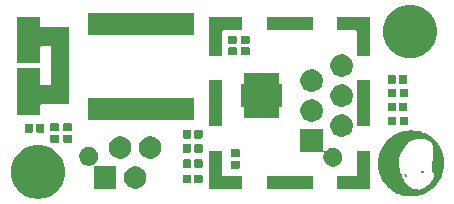
<source format=gbr>
G04 #@! TF.GenerationSoftware,KiCad,Pcbnew,5.1.5-52549c5~84~ubuntu18.04.1*
G04 #@! TF.CreationDate,2020-05-04T20:07:59+02:00*
G04 #@! TF.ProjectId,rs485_usb_adapter,72733438-355f-4757-9362-5f6164617074,rev?*
G04 #@! TF.SameCoordinates,Original*
G04 #@! TF.FileFunction,Soldermask,Top*
G04 #@! TF.FilePolarity,Negative*
%FSLAX46Y46*%
G04 Gerber Fmt 4.6, Leading zero omitted, Abs format (unit mm)*
G04 Created by KiCad (PCBNEW 5.1.5-52549c5~84~ubuntu18.04.1) date 2020-05-04 20:07:59*
%MOMM*%
%LPD*%
G04 APERTURE LIST*
%ADD10C,0.010000*%
%ADD11C,0.100000*%
G04 APERTURE END LIST*
D10*
G36*
X180003667Y-97291102D02*
G01*
X180016744Y-97294493D01*
X180028048Y-97301622D01*
X180030392Y-97303545D01*
X180049692Y-97325382D01*
X180059619Y-97349859D01*
X180059926Y-97375768D01*
X180050441Y-97401765D01*
X180036012Y-97420859D01*
X180017537Y-97432325D01*
X179993024Y-97437210D01*
X179982228Y-97437560D01*
X179964829Y-97436947D01*
X179953155Y-97433934D01*
X179942794Y-97426758D01*
X179933903Y-97418259D01*
X179917278Y-97395369D01*
X179909936Y-97370434D01*
X179911832Y-97345206D01*
X179922919Y-97321436D01*
X179936859Y-97305951D01*
X179948713Y-97296754D01*
X179960030Y-97292033D01*
X179975130Y-97290369D01*
X179984667Y-97290240D01*
X180003667Y-97291102D01*
G37*
X180003667Y-97291102D02*
X180016744Y-97294493D01*
X180028048Y-97301622D01*
X180030392Y-97303545D01*
X180049692Y-97325382D01*
X180059619Y-97349859D01*
X180059926Y-97375768D01*
X180050441Y-97401765D01*
X180036012Y-97420859D01*
X180017537Y-97432325D01*
X179993024Y-97437210D01*
X179982228Y-97437560D01*
X179964829Y-97436947D01*
X179953155Y-97433934D01*
X179942794Y-97426758D01*
X179933903Y-97418259D01*
X179917278Y-97395369D01*
X179909936Y-97370434D01*
X179911832Y-97345206D01*
X179922919Y-97321436D01*
X179936859Y-97305951D01*
X179948713Y-97296754D01*
X179960030Y-97292033D01*
X179975130Y-97290369D01*
X179984667Y-97290240D01*
X180003667Y-97291102D01*
G36*
X178564466Y-97569926D02*
G01*
X178579554Y-97581333D01*
X178581789Y-97583610D01*
X178597997Y-97604076D01*
X178611303Y-97627188D01*
X178621395Y-97651348D01*
X178627961Y-97674960D01*
X178630691Y-97696426D01*
X178629274Y-97714150D01*
X178623397Y-97726535D01*
X178612750Y-97731983D01*
X178610740Y-97732103D01*
X178603319Y-97729690D01*
X178591818Y-97723702D01*
X178590097Y-97722671D01*
X178573099Y-97707908D01*
X178557367Y-97686401D01*
X178543917Y-97660683D01*
X178533764Y-97633289D01*
X178527921Y-97606754D01*
X178527405Y-97583613D01*
X178530003Y-97572595D01*
X178537422Y-97565074D01*
X178549666Y-97564345D01*
X178564466Y-97569926D01*
G37*
X178564466Y-97569926D02*
X178579554Y-97581333D01*
X178581789Y-97583610D01*
X178597997Y-97604076D01*
X178611303Y-97627188D01*
X178621395Y-97651348D01*
X178627961Y-97674960D01*
X178630691Y-97696426D01*
X178629274Y-97714150D01*
X178623397Y-97726535D01*
X178612750Y-97731983D01*
X178610740Y-97732103D01*
X178603319Y-97729690D01*
X178591818Y-97723702D01*
X178590097Y-97722671D01*
X178573099Y-97707908D01*
X178557367Y-97686401D01*
X178543917Y-97660683D01*
X178533764Y-97633289D01*
X178527921Y-97606754D01*
X178527405Y-97583613D01*
X178530003Y-97572595D01*
X178537422Y-97565074D01*
X178549666Y-97564345D01*
X178564466Y-97569926D01*
G36*
X179151411Y-93887658D02*
G01*
X179200303Y-93889034D01*
X179241791Y-93891227D01*
X179244248Y-93891404D01*
X179410730Y-93908617D01*
X179574856Y-93935619D01*
X179736263Y-93972236D01*
X179894589Y-94018297D01*
X180049470Y-94073628D01*
X180200545Y-94138056D01*
X180347451Y-94211410D01*
X180489824Y-94293515D01*
X180627304Y-94384199D01*
X180759526Y-94483290D01*
X180886128Y-94590614D01*
X181006748Y-94705999D01*
X181051488Y-94752506D01*
X181162388Y-94877802D01*
X181264852Y-95008680D01*
X181358766Y-95144894D01*
X181444014Y-95286197D01*
X181520485Y-95432344D01*
X181588064Y-95583091D01*
X181646637Y-95738190D01*
X181696090Y-95897396D01*
X181736310Y-96060465D01*
X181767184Y-96227149D01*
X181781027Y-96327580D01*
X181783688Y-96355614D01*
X181786056Y-96392158D01*
X181788107Y-96435565D01*
X181789818Y-96484188D01*
X181791168Y-96536379D01*
X181792131Y-96590493D01*
X181792687Y-96644881D01*
X181792810Y-96697898D01*
X181792479Y-96747897D01*
X181791671Y-96793229D01*
X181790362Y-96832250D01*
X181788529Y-96863311D01*
X181788521Y-96863409D01*
X181770425Y-97027738D01*
X181742523Y-97189947D01*
X181705024Y-97349636D01*
X181658137Y-97506405D01*
X181602068Y-97659853D01*
X181537026Y-97809580D01*
X181463220Y-97955186D01*
X181380858Y-98096271D01*
X181290147Y-98232433D01*
X181191295Y-98363273D01*
X181084512Y-98488391D01*
X180970005Y-98607385D01*
X180847982Y-98719856D01*
X180803827Y-98757365D01*
X180672339Y-98860164D01*
X180535556Y-98954370D01*
X180393820Y-99039844D01*
X180247475Y-99116444D01*
X180096863Y-99184030D01*
X179942328Y-99242462D01*
X179784213Y-99291599D01*
X179622861Y-99331300D01*
X179458615Y-99361425D01*
X179291818Y-99381834D01*
X179276220Y-99383230D01*
X179244605Y-99385421D01*
X179205273Y-99387283D01*
X179160337Y-99388791D01*
X179111909Y-99389916D01*
X179062102Y-99390634D01*
X179013029Y-99390917D01*
X178966802Y-99390740D01*
X178925534Y-99390076D01*
X178891338Y-99388899D01*
X178878694Y-99388187D01*
X178709062Y-99372042D01*
X178542378Y-99346308D01*
X178378908Y-99311099D01*
X178218916Y-99266529D01*
X178062667Y-99212712D01*
X177910427Y-99149763D01*
X177762461Y-99077796D01*
X177619033Y-98996925D01*
X177480408Y-98907265D01*
X177346852Y-98808929D01*
X177218630Y-98702031D01*
X177157269Y-98646036D01*
X177038879Y-98527867D01*
X176928479Y-98403571D01*
X176826241Y-98273510D01*
X176732338Y-98138048D01*
X176646943Y-97997546D01*
X176570229Y-97852369D01*
X176502370Y-97702880D01*
X176443537Y-97549441D01*
X176393904Y-97392416D01*
X176353644Y-97232168D01*
X176322930Y-97069060D01*
X176301935Y-96903454D01*
X176296484Y-96839168D01*
X176294235Y-96798243D01*
X176292806Y-96749784D01*
X176292158Y-96695741D01*
X176292254Y-96638065D01*
X176292845Y-96594280D01*
X177975866Y-96594280D01*
X177976087Y-96654867D01*
X177976800Y-96707255D01*
X177978154Y-96753398D01*
X177980296Y-96795249D01*
X177983376Y-96834763D01*
X177987541Y-96873895D01*
X177992939Y-96914598D01*
X177999719Y-96958827D01*
X178006683Y-97000680D01*
X178031321Y-97125767D01*
X178063172Y-97255784D01*
X178101644Y-97389155D01*
X178146146Y-97524306D01*
X178196085Y-97659660D01*
X178250869Y-97793644D01*
X178309907Y-97924683D01*
X178372605Y-98051201D01*
X178438373Y-98171623D01*
X178462138Y-98212260D01*
X178487850Y-98254150D01*
X178512392Y-98291070D01*
X178537458Y-98325163D01*
X178564739Y-98358577D01*
X178595927Y-98393455D01*
X178632714Y-98431944D01*
X178646237Y-98445668D01*
X178714539Y-98512063D01*
X178780032Y-98570339D01*
X178844180Y-98621594D01*
X178908445Y-98666927D01*
X178974292Y-98707436D01*
X179043183Y-98744220D01*
X179045625Y-98745432D01*
X179112865Y-98776631D01*
X179180523Y-98803591D01*
X179249818Y-98826574D01*
X179321972Y-98845841D01*
X179398208Y-98861653D01*
X179479746Y-98874271D01*
X179567807Y-98883955D01*
X179663614Y-98890968D01*
X179744301Y-98894743D01*
X179758468Y-98894065D01*
X179779174Y-98891605D01*
X179803042Y-98887805D01*
X179816346Y-98885295D01*
X179922126Y-98858969D01*
X180026227Y-98822724D01*
X180128740Y-98776520D01*
X180229759Y-98720316D01*
X180308715Y-98668715D01*
X180344948Y-98642443D01*
X180385856Y-98611048D01*
X180430005Y-98575764D01*
X180475964Y-98537826D01*
X180522299Y-98498467D01*
X180567577Y-98458921D01*
X180610365Y-98420423D01*
X180649230Y-98384207D01*
X180682740Y-98351506D01*
X180709357Y-98323669D01*
X180759078Y-98266571D01*
X180808026Y-98205833D01*
X180855342Y-98142772D01*
X180900168Y-98078702D01*
X180941646Y-98014939D01*
X180978916Y-97952800D01*
X181011120Y-97893600D01*
X181037399Y-97838654D01*
X181055547Y-97793160D01*
X181067166Y-97756683D01*
X181073669Y-97726920D01*
X181075291Y-97701946D01*
X181072266Y-97679838D01*
X181070229Y-97672655D01*
X181061899Y-97639183D01*
X181055174Y-97595850D01*
X181050045Y-97542582D01*
X181048557Y-97520480D01*
X181046914Y-97497285D01*
X181045091Y-97477827D01*
X181043327Y-97464354D01*
X181042048Y-97459279D01*
X181035985Y-97455091D01*
X181023461Y-97448816D01*
X181011213Y-97443494D01*
X180975191Y-97425805D01*
X180945050Y-97404111D01*
X180920055Y-97377333D01*
X180899472Y-97344396D01*
X180882567Y-97304221D01*
X180868606Y-97255733D01*
X180861731Y-97224200D01*
X180853109Y-97169984D01*
X180846872Y-97107299D01*
X180843003Y-97037547D01*
X180841488Y-96962131D01*
X180842310Y-96882453D01*
X180845454Y-96799917D01*
X180850904Y-96715924D01*
X180858644Y-96631878D01*
X180868658Y-96549181D01*
X180869391Y-96543857D01*
X180877683Y-96492621D01*
X180888851Y-96438523D01*
X180903299Y-96379881D01*
X180921436Y-96315012D01*
X180937507Y-96261894D01*
X180948001Y-96226596D01*
X180954749Y-96200223D01*
X180957856Y-96182298D01*
X180957630Y-96172994D01*
X180956992Y-96165817D01*
X180956273Y-96149339D01*
X180955490Y-96124422D01*
X180954662Y-96091926D01*
X180953807Y-96052708D01*
X180952943Y-96007631D01*
X180952087Y-95957553D01*
X180951258Y-95903335D01*
X180950474Y-95845836D01*
X180950024Y-95809420D01*
X180949099Y-95734866D01*
X180948178Y-95669436D01*
X180947209Y-95612094D01*
X180946143Y-95561802D01*
X180944928Y-95517525D01*
X180943514Y-95478228D01*
X180941851Y-95442872D01*
X180939886Y-95410422D01*
X180937570Y-95379843D01*
X180934853Y-95350097D01*
X180931682Y-95320148D01*
X180928009Y-95288961D01*
X180923781Y-95255498D01*
X180922415Y-95244995D01*
X180913450Y-95182533D01*
X180902637Y-95117182D01*
X180890663Y-95052772D01*
X180878216Y-94993131D01*
X180873201Y-94971220D01*
X180867194Y-94945740D01*
X180861859Y-94923078D01*
X180857719Y-94905465D01*
X180855300Y-94895135D01*
X180855099Y-94894273D01*
X180849514Y-94884596D01*
X180836770Y-94870140D01*
X180818059Y-94851912D01*
X180794573Y-94830920D01*
X180767505Y-94808170D01*
X180738047Y-94784671D01*
X180707391Y-94761430D01*
X180676729Y-94739454D01*
X180652900Y-94723398D01*
X180559663Y-94668561D01*
X180460366Y-94621665D01*
X180354885Y-94582665D01*
X180243099Y-94551515D01*
X180124885Y-94528173D01*
X180114420Y-94526529D01*
X180069797Y-94520994D01*
X180017546Y-94516733D01*
X179960123Y-94513789D01*
X179899984Y-94512208D01*
X179839587Y-94512036D01*
X179781389Y-94513316D01*
X179727846Y-94516094D01*
X179695320Y-94518864D01*
X179558305Y-94536876D01*
X179426889Y-94562248D01*
X179301374Y-94594863D01*
X179182065Y-94634607D01*
X179069262Y-94681362D01*
X178963270Y-94735014D01*
X178864391Y-94795447D01*
X178772928Y-94862544D01*
X178752307Y-94879465D01*
X178719118Y-94908484D01*
X178686726Y-94939428D01*
X178653635Y-94973870D01*
X178618349Y-95013378D01*
X178579372Y-95059524D01*
X178570517Y-95070280D01*
X178466906Y-95202732D01*
X178373379Y-95335187D01*
X178289858Y-95467797D01*
X178216268Y-95600716D01*
X178152533Y-95734098D01*
X178098577Y-95868098D01*
X178054324Y-96002867D01*
X178019697Y-96138561D01*
X178004339Y-96215820D01*
X177996862Y-96258964D01*
X177990787Y-96297561D01*
X177985975Y-96333452D01*
X177982287Y-96368477D01*
X177979585Y-96404477D01*
X177977730Y-96443291D01*
X177976585Y-96486762D01*
X177976009Y-96536729D01*
X177975866Y-96594280D01*
X176292845Y-96594280D01*
X176293056Y-96578704D01*
X176294526Y-96519611D01*
X176296624Y-96462735D01*
X176299314Y-96410027D01*
X176302556Y-96363437D01*
X176306314Y-96324915D01*
X176306582Y-96322680D01*
X176332056Y-96153148D01*
X176366728Y-95987926D01*
X176410629Y-95826938D01*
X176463792Y-95670112D01*
X176526249Y-95517374D01*
X176598030Y-95368650D01*
X176679169Y-95223866D01*
X176769697Y-95082948D01*
X176869646Y-94945822D01*
X176937157Y-94861718D01*
X176962254Y-94832734D01*
X176993460Y-94798564D01*
X177029254Y-94760728D01*
X177068116Y-94720747D01*
X177108523Y-94680143D01*
X177148955Y-94640438D01*
X177187890Y-94603151D01*
X177223808Y-94569805D01*
X177255186Y-94541920D01*
X177266798Y-94532077D01*
X177383126Y-94439763D01*
X177500135Y-94356075D01*
X177619986Y-94279586D01*
X177744836Y-94208870D01*
X177797940Y-94181230D01*
X177943201Y-94112517D01*
X178090453Y-94053076D01*
X178240545Y-94002650D01*
X178394324Y-93960984D01*
X178552640Y-93927823D01*
X178716342Y-93902911D01*
X178727760Y-93901502D01*
X178765674Y-93897711D01*
X178811787Y-93894433D01*
X178864148Y-93891705D01*
X178920806Y-93889566D01*
X178979812Y-93888054D01*
X179039215Y-93887206D01*
X179097065Y-93887062D01*
X179151411Y-93887658D01*
G37*
X179151411Y-93887658D02*
X179200303Y-93889034D01*
X179241791Y-93891227D01*
X179244248Y-93891404D01*
X179410730Y-93908617D01*
X179574856Y-93935619D01*
X179736263Y-93972236D01*
X179894589Y-94018297D01*
X180049470Y-94073628D01*
X180200545Y-94138056D01*
X180347451Y-94211410D01*
X180489824Y-94293515D01*
X180627304Y-94384199D01*
X180759526Y-94483290D01*
X180886128Y-94590614D01*
X181006748Y-94705999D01*
X181051488Y-94752506D01*
X181162388Y-94877802D01*
X181264852Y-95008680D01*
X181358766Y-95144894D01*
X181444014Y-95286197D01*
X181520485Y-95432344D01*
X181588064Y-95583091D01*
X181646637Y-95738190D01*
X181696090Y-95897396D01*
X181736310Y-96060465D01*
X181767184Y-96227149D01*
X181781027Y-96327580D01*
X181783688Y-96355614D01*
X181786056Y-96392158D01*
X181788107Y-96435565D01*
X181789818Y-96484188D01*
X181791168Y-96536379D01*
X181792131Y-96590493D01*
X181792687Y-96644881D01*
X181792810Y-96697898D01*
X181792479Y-96747897D01*
X181791671Y-96793229D01*
X181790362Y-96832250D01*
X181788529Y-96863311D01*
X181788521Y-96863409D01*
X181770425Y-97027738D01*
X181742523Y-97189947D01*
X181705024Y-97349636D01*
X181658137Y-97506405D01*
X181602068Y-97659853D01*
X181537026Y-97809580D01*
X181463220Y-97955186D01*
X181380858Y-98096271D01*
X181290147Y-98232433D01*
X181191295Y-98363273D01*
X181084512Y-98488391D01*
X180970005Y-98607385D01*
X180847982Y-98719856D01*
X180803827Y-98757365D01*
X180672339Y-98860164D01*
X180535556Y-98954370D01*
X180393820Y-99039844D01*
X180247475Y-99116444D01*
X180096863Y-99184030D01*
X179942328Y-99242462D01*
X179784213Y-99291599D01*
X179622861Y-99331300D01*
X179458615Y-99361425D01*
X179291818Y-99381834D01*
X179276220Y-99383230D01*
X179244605Y-99385421D01*
X179205273Y-99387283D01*
X179160337Y-99388791D01*
X179111909Y-99389916D01*
X179062102Y-99390634D01*
X179013029Y-99390917D01*
X178966802Y-99390740D01*
X178925534Y-99390076D01*
X178891338Y-99388899D01*
X178878694Y-99388187D01*
X178709062Y-99372042D01*
X178542378Y-99346308D01*
X178378908Y-99311099D01*
X178218916Y-99266529D01*
X178062667Y-99212712D01*
X177910427Y-99149763D01*
X177762461Y-99077796D01*
X177619033Y-98996925D01*
X177480408Y-98907265D01*
X177346852Y-98808929D01*
X177218630Y-98702031D01*
X177157269Y-98646036D01*
X177038879Y-98527867D01*
X176928479Y-98403571D01*
X176826241Y-98273510D01*
X176732338Y-98138048D01*
X176646943Y-97997546D01*
X176570229Y-97852369D01*
X176502370Y-97702880D01*
X176443537Y-97549441D01*
X176393904Y-97392416D01*
X176353644Y-97232168D01*
X176322930Y-97069060D01*
X176301935Y-96903454D01*
X176296484Y-96839168D01*
X176294235Y-96798243D01*
X176292806Y-96749784D01*
X176292158Y-96695741D01*
X176292254Y-96638065D01*
X176292845Y-96594280D01*
X177975866Y-96594280D01*
X177976087Y-96654867D01*
X177976800Y-96707255D01*
X177978154Y-96753398D01*
X177980296Y-96795249D01*
X177983376Y-96834763D01*
X177987541Y-96873895D01*
X177992939Y-96914598D01*
X177999719Y-96958827D01*
X178006683Y-97000680D01*
X178031321Y-97125767D01*
X178063172Y-97255784D01*
X178101644Y-97389155D01*
X178146146Y-97524306D01*
X178196085Y-97659660D01*
X178250869Y-97793644D01*
X178309907Y-97924683D01*
X178372605Y-98051201D01*
X178438373Y-98171623D01*
X178462138Y-98212260D01*
X178487850Y-98254150D01*
X178512392Y-98291070D01*
X178537458Y-98325163D01*
X178564739Y-98358577D01*
X178595927Y-98393455D01*
X178632714Y-98431944D01*
X178646237Y-98445668D01*
X178714539Y-98512063D01*
X178780032Y-98570339D01*
X178844180Y-98621594D01*
X178908445Y-98666927D01*
X178974292Y-98707436D01*
X179043183Y-98744220D01*
X179045625Y-98745432D01*
X179112865Y-98776631D01*
X179180523Y-98803591D01*
X179249818Y-98826574D01*
X179321972Y-98845841D01*
X179398208Y-98861653D01*
X179479746Y-98874271D01*
X179567807Y-98883955D01*
X179663614Y-98890968D01*
X179744301Y-98894743D01*
X179758468Y-98894065D01*
X179779174Y-98891605D01*
X179803042Y-98887805D01*
X179816346Y-98885295D01*
X179922126Y-98858969D01*
X180026227Y-98822724D01*
X180128740Y-98776520D01*
X180229759Y-98720316D01*
X180308715Y-98668715D01*
X180344948Y-98642443D01*
X180385856Y-98611048D01*
X180430005Y-98575764D01*
X180475964Y-98537826D01*
X180522299Y-98498467D01*
X180567577Y-98458921D01*
X180610365Y-98420423D01*
X180649230Y-98384207D01*
X180682740Y-98351506D01*
X180709357Y-98323669D01*
X180759078Y-98266571D01*
X180808026Y-98205833D01*
X180855342Y-98142772D01*
X180900168Y-98078702D01*
X180941646Y-98014939D01*
X180978916Y-97952800D01*
X181011120Y-97893600D01*
X181037399Y-97838654D01*
X181055547Y-97793160D01*
X181067166Y-97756683D01*
X181073669Y-97726920D01*
X181075291Y-97701946D01*
X181072266Y-97679838D01*
X181070229Y-97672655D01*
X181061899Y-97639183D01*
X181055174Y-97595850D01*
X181050045Y-97542582D01*
X181048557Y-97520480D01*
X181046914Y-97497285D01*
X181045091Y-97477827D01*
X181043327Y-97464354D01*
X181042048Y-97459279D01*
X181035985Y-97455091D01*
X181023461Y-97448816D01*
X181011213Y-97443494D01*
X180975191Y-97425805D01*
X180945050Y-97404111D01*
X180920055Y-97377333D01*
X180899472Y-97344396D01*
X180882567Y-97304221D01*
X180868606Y-97255733D01*
X180861731Y-97224200D01*
X180853109Y-97169984D01*
X180846872Y-97107299D01*
X180843003Y-97037547D01*
X180841488Y-96962131D01*
X180842310Y-96882453D01*
X180845454Y-96799917D01*
X180850904Y-96715924D01*
X180858644Y-96631878D01*
X180868658Y-96549181D01*
X180869391Y-96543857D01*
X180877683Y-96492621D01*
X180888851Y-96438523D01*
X180903299Y-96379881D01*
X180921436Y-96315012D01*
X180937507Y-96261894D01*
X180948001Y-96226596D01*
X180954749Y-96200223D01*
X180957856Y-96182298D01*
X180957630Y-96172994D01*
X180956992Y-96165817D01*
X180956273Y-96149339D01*
X180955490Y-96124422D01*
X180954662Y-96091926D01*
X180953807Y-96052708D01*
X180952943Y-96007631D01*
X180952087Y-95957553D01*
X180951258Y-95903335D01*
X180950474Y-95845836D01*
X180950024Y-95809420D01*
X180949099Y-95734866D01*
X180948178Y-95669436D01*
X180947209Y-95612094D01*
X180946143Y-95561802D01*
X180944928Y-95517525D01*
X180943514Y-95478228D01*
X180941851Y-95442872D01*
X180939886Y-95410422D01*
X180937570Y-95379843D01*
X180934853Y-95350097D01*
X180931682Y-95320148D01*
X180928009Y-95288961D01*
X180923781Y-95255498D01*
X180922415Y-95244995D01*
X180913450Y-95182533D01*
X180902637Y-95117182D01*
X180890663Y-95052772D01*
X180878216Y-94993131D01*
X180873201Y-94971220D01*
X180867194Y-94945740D01*
X180861859Y-94923078D01*
X180857719Y-94905465D01*
X180855300Y-94895135D01*
X180855099Y-94894273D01*
X180849514Y-94884596D01*
X180836770Y-94870140D01*
X180818059Y-94851912D01*
X180794573Y-94830920D01*
X180767505Y-94808170D01*
X180738047Y-94784671D01*
X180707391Y-94761430D01*
X180676729Y-94739454D01*
X180652900Y-94723398D01*
X180559663Y-94668561D01*
X180460366Y-94621665D01*
X180354885Y-94582665D01*
X180243099Y-94551515D01*
X180124885Y-94528173D01*
X180114420Y-94526529D01*
X180069797Y-94520994D01*
X180017546Y-94516733D01*
X179960123Y-94513789D01*
X179899984Y-94512208D01*
X179839587Y-94512036D01*
X179781389Y-94513316D01*
X179727846Y-94516094D01*
X179695320Y-94518864D01*
X179558305Y-94536876D01*
X179426889Y-94562248D01*
X179301374Y-94594863D01*
X179182065Y-94634607D01*
X179069262Y-94681362D01*
X178963270Y-94735014D01*
X178864391Y-94795447D01*
X178772928Y-94862544D01*
X178752307Y-94879465D01*
X178719118Y-94908484D01*
X178686726Y-94939428D01*
X178653635Y-94973870D01*
X178618349Y-95013378D01*
X178579372Y-95059524D01*
X178570517Y-95070280D01*
X178466906Y-95202732D01*
X178373379Y-95335187D01*
X178289858Y-95467797D01*
X178216268Y-95600716D01*
X178152533Y-95734098D01*
X178098577Y-95868098D01*
X178054324Y-96002867D01*
X178019697Y-96138561D01*
X178004339Y-96215820D01*
X177996862Y-96258964D01*
X177990787Y-96297561D01*
X177985975Y-96333452D01*
X177982287Y-96368477D01*
X177979585Y-96404477D01*
X177977730Y-96443291D01*
X177976585Y-96486762D01*
X177976009Y-96536729D01*
X177975866Y-96594280D01*
X176292845Y-96594280D01*
X176293056Y-96578704D01*
X176294526Y-96519611D01*
X176296624Y-96462735D01*
X176299314Y-96410027D01*
X176302556Y-96363437D01*
X176306314Y-96324915D01*
X176306582Y-96322680D01*
X176332056Y-96153148D01*
X176366728Y-95987926D01*
X176410629Y-95826938D01*
X176463792Y-95670112D01*
X176526249Y-95517374D01*
X176598030Y-95368650D01*
X176679169Y-95223866D01*
X176769697Y-95082948D01*
X176869646Y-94945822D01*
X176937157Y-94861718D01*
X176962254Y-94832734D01*
X176993460Y-94798564D01*
X177029254Y-94760728D01*
X177068116Y-94720747D01*
X177108523Y-94680143D01*
X177148955Y-94640438D01*
X177187890Y-94603151D01*
X177223808Y-94569805D01*
X177255186Y-94541920D01*
X177266798Y-94532077D01*
X177383126Y-94439763D01*
X177500135Y-94356075D01*
X177619986Y-94279586D01*
X177744836Y-94208870D01*
X177797940Y-94181230D01*
X177943201Y-94112517D01*
X178090453Y-94053076D01*
X178240545Y-94002650D01*
X178394324Y-93960984D01*
X178552640Y-93927823D01*
X178716342Y-93902911D01*
X178727760Y-93901502D01*
X178765674Y-93897711D01*
X178811787Y-93894433D01*
X178864148Y-93891705D01*
X178920806Y-93889566D01*
X178979812Y-93888054D01*
X179039215Y-93887206D01*
X179097065Y-93887062D01*
X179151411Y-93887658D01*
D11*
G36*
X147775880Y-95159776D02*
G01*
X148156593Y-95235504D01*
X148566249Y-95405189D01*
X148934929Y-95651534D01*
X149248466Y-95965071D01*
X149494811Y-96333751D01*
X149664496Y-96743407D01*
X149751000Y-97178296D01*
X149751000Y-97621704D01*
X149664496Y-98056593D01*
X149494811Y-98466249D01*
X149248466Y-98834929D01*
X148934929Y-99148466D01*
X148566249Y-99394811D01*
X148156593Y-99564496D01*
X147775880Y-99640224D01*
X147721705Y-99651000D01*
X147278295Y-99651000D01*
X147224120Y-99640224D01*
X146843407Y-99564496D01*
X146433751Y-99394811D01*
X146065071Y-99148466D01*
X145751534Y-98834929D01*
X145505189Y-98466249D01*
X145335504Y-98056593D01*
X145249000Y-97621704D01*
X145249000Y-97178296D01*
X145335504Y-96743407D01*
X145505189Y-96333751D01*
X145751534Y-95965071D01*
X146065071Y-95651534D01*
X146433751Y-95405189D01*
X146843407Y-95235504D01*
X147224120Y-95159776D01*
X147278295Y-95149000D01*
X147721705Y-95149000D01*
X147775880Y-95159776D01*
G37*
G36*
X175601000Y-98881000D02*
G01*
X172849000Y-98881000D01*
X172849000Y-97779000D01*
X174374001Y-97779000D01*
X174398387Y-97776598D01*
X174421836Y-97769485D01*
X174443447Y-97757934D01*
X174462389Y-97742389D01*
X174477934Y-97723447D01*
X174489485Y-97701836D01*
X174496598Y-97678387D01*
X174499000Y-97654001D01*
X174499000Y-95649000D01*
X175601000Y-95649000D01*
X175601000Y-98881000D01*
G37*
G36*
X163101000Y-97654001D02*
G01*
X163103402Y-97678387D01*
X163110515Y-97701836D01*
X163122066Y-97723447D01*
X163137611Y-97742389D01*
X163156553Y-97757934D01*
X163178164Y-97769485D01*
X163201613Y-97776598D01*
X163225999Y-97779000D01*
X164751000Y-97779000D01*
X164751000Y-98881000D01*
X161999000Y-98881000D01*
X161999000Y-95649000D01*
X163101000Y-95649000D01*
X163101000Y-97654001D01*
G37*
G36*
X170751000Y-98881000D02*
G01*
X166849000Y-98881000D01*
X166849000Y-97779000D01*
X170751000Y-97779000D01*
X170751000Y-98881000D01*
G37*
G36*
X152028657Y-95299733D02*
G01*
X152174438Y-95360118D01*
X152188829Y-95369734D01*
X152305640Y-95447784D01*
X152417216Y-95559360D01*
X152443034Y-95598000D01*
X152504882Y-95690562D01*
X152565267Y-95836343D01*
X152596050Y-95991102D01*
X152596050Y-96148898D01*
X152565267Y-96303657D01*
X152504882Y-96449438D01*
X152478817Y-96488447D01*
X152417216Y-96580640D01*
X152305640Y-96692216D01*
X152305637Y-96692218D01*
X152302903Y-96694952D01*
X152289912Y-96705614D01*
X152274367Y-96724556D01*
X152262816Y-96746167D01*
X152255703Y-96769616D01*
X152253301Y-96794002D01*
X152255703Y-96818388D01*
X152262816Y-96841837D01*
X152274367Y-96863447D01*
X152289913Y-96882389D01*
X152308855Y-96897934D01*
X152330466Y-96909485D01*
X152353915Y-96916598D01*
X152378300Y-96919000D01*
X154146000Y-96919000D01*
X154146000Y-98821000D01*
X152244000Y-98821000D01*
X152244000Y-96938143D01*
X152241598Y-96913757D01*
X152234485Y-96890308D01*
X152222934Y-96868697D01*
X152207389Y-96849755D01*
X152188447Y-96834210D01*
X152166836Y-96822659D01*
X152143387Y-96815546D01*
X152119001Y-96813144D01*
X152094615Y-96815546D01*
X152071164Y-96822659D01*
X152028658Y-96840266D01*
X152028657Y-96840266D01*
X152028655Y-96840267D01*
X151873898Y-96871050D01*
X151716102Y-96871050D01*
X151561343Y-96840267D01*
X151415562Y-96779882D01*
X151288455Y-96694952D01*
X151284360Y-96692216D01*
X151172784Y-96580640D01*
X151111183Y-96488447D01*
X151085118Y-96449438D01*
X151024733Y-96303657D01*
X150993950Y-96148898D01*
X150993950Y-95991102D01*
X151024733Y-95836343D01*
X151085118Y-95690562D01*
X151146966Y-95598000D01*
X151172784Y-95559360D01*
X151284360Y-95447784D01*
X151401171Y-95369734D01*
X151415562Y-95360118D01*
X151561343Y-95299733D01*
X151716102Y-95268950D01*
X151873898Y-95268950D01*
X152028657Y-95299733D01*
G37*
G36*
X156012395Y-96955546D02*
G01*
X156185466Y-97027234D01*
X156250966Y-97071000D01*
X156341227Y-97131310D01*
X156473690Y-97263773D01*
X156473691Y-97263775D01*
X156577766Y-97419534D01*
X156649454Y-97592605D01*
X156686000Y-97776333D01*
X156686000Y-97963667D01*
X156649454Y-98147395D01*
X156577766Y-98320466D01*
X156556778Y-98351876D01*
X156473690Y-98476227D01*
X156341227Y-98608690D01*
X156262818Y-98661081D01*
X156185466Y-98712766D01*
X156012395Y-98784454D01*
X155828667Y-98821000D01*
X155641333Y-98821000D01*
X155457605Y-98784454D01*
X155284534Y-98712766D01*
X155207182Y-98661081D01*
X155128773Y-98608690D01*
X154996310Y-98476227D01*
X154913222Y-98351876D01*
X154892234Y-98320466D01*
X154820546Y-98147395D01*
X154784000Y-97963667D01*
X154784000Y-97776333D01*
X154820546Y-97592605D01*
X154892234Y-97419534D01*
X154996309Y-97263775D01*
X154996310Y-97263773D01*
X155128773Y-97131310D01*
X155219034Y-97071000D01*
X155284534Y-97027234D01*
X155457605Y-96955546D01*
X155641333Y-96919000D01*
X155828667Y-96919000D01*
X156012395Y-96955546D01*
G37*
G36*
X160371938Y-97631716D02*
G01*
X160392557Y-97637971D01*
X160411553Y-97648124D01*
X160428208Y-97661792D01*
X160441876Y-97678447D01*
X160452029Y-97697443D01*
X160458284Y-97718062D01*
X160461000Y-97745640D01*
X160461000Y-98254360D01*
X160458284Y-98281938D01*
X160452029Y-98302557D01*
X160441876Y-98321553D01*
X160428208Y-98338208D01*
X160411553Y-98351876D01*
X160392557Y-98362029D01*
X160371938Y-98368284D01*
X160344360Y-98371000D01*
X159885640Y-98371000D01*
X159858062Y-98368284D01*
X159837443Y-98362029D01*
X159818447Y-98351876D01*
X159801792Y-98338208D01*
X159788124Y-98321553D01*
X159777971Y-98302557D01*
X159771716Y-98281938D01*
X159769000Y-98254360D01*
X159769000Y-97745640D01*
X159771716Y-97718062D01*
X159777971Y-97697443D01*
X159788124Y-97678447D01*
X159801792Y-97661792D01*
X159818447Y-97648124D01*
X159837443Y-97637971D01*
X159858062Y-97631716D01*
X159885640Y-97629000D01*
X160344360Y-97629000D01*
X160371938Y-97631716D01*
G37*
G36*
X161341938Y-97631716D02*
G01*
X161362557Y-97637971D01*
X161381553Y-97648124D01*
X161398208Y-97661792D01*
X161411876Y-97678447D01*
X161422029Y-97697443D01*
X161428284Y-97718062D01*
X161431000Y-97745640D01*
X161431000Y-98254360D01*
X161428284Y-98281938D01*
X161422029Y-98302557D01*
X161411876Y-98321553D01*
X161398208Y-98338208D01*
X161381553Y-98351876D01*
X161362557Y-98362029D01*
X161341938Y-98368284D01*
X161314360Y-98371000D01*
X160855640Y-98371000D01*
X160828062Y-98368284D01*
X160807443Y-98362029D01*
X160788447Y-98351876D01*
X160771792Y-98338208D01*
X160758124Y-98321553D01*
X160747971Y-98302557D01*
X160741716Y-98281938D01*
X160739000Y-98254360D01*
X160739000Y-97745640D01*
X160741716Y-97718062D01*
X160747971Y-97697443D01*
X160758124Y-97678447D01*
X160771792Y-97661792D01*
X160788447Y-97648124D01*
X160807443Y-97637971D01*
X160828062Y-97631716D01*
X160855640Y-97629000D01*
X161314360Y-97629000D01*
X161341938Y-97631716D01*
G37*
G36*
X164481938Y-96441716D02*
G01*
X164502557Y-96447971D01*
X164521553Y-96458124D01*
X164538208Y-96471792D01*
X164551876Y-96488447D01*
X164562029Y-96507443D01*
X164568284Y-96528062D01*
X164571000Y-96555640D01*
X164571000Y-97014360D01*
X164568284Y-97041938D01*
X164562029Y-97062557D01*
X164551876Y-97081553D01*
X164538208Y-97098208D01*
X164521553Y-97111876D01*
X164502557Y-97122029D01*
X164481938Y-97128284D01*
X164454360Y-97131000D01*
X163945640Y-97131000D01*
X163918062Y-97128284D01*
X163897443Y-97122029D01*
X163878447Y-97111876D01*
X163861792Y-97098208D01*
X163848124Y-97081553D01*
X163837971Y-97062557D01*
X163831716Y-97041938D01*
X163829000Y-97014360D01*
X163829000Y-96555640D01*
X163831716Y-96528062D01*
X163837971Y-96507443D01*
X163848124Y-96488447D01*
X163861792Y-96471792D01*
X163878447Y-96458124D01*
X163897443Y-96447971D01*
X163918062Y-96441716D01*
X163945640Y-96439000D01*
X164454360Y-96439000D01*
X164481938Y-96441716D01*
G37*
G36*
X161341938Y-96331716D02*
G01*
X161362557Y-96337971D01*
X161381553Y-96348124D01*
X161398208Y-96361792D01*
X161411876Y-96378447D01*
X161422029Y-96397443D01*
X161428284Y-96418062D01*
X161431000Y-96445640D01*
X161431000Y-96954360D01*
X161428284Y-96981938D01*
X161422029Y-97002557D01*
X161411876Y-97021553D01*
X161398208Y-97038208D01*
X161381553Y-97051876D01*
X161362557Y-97062029D01*
X161341938Y-97068284D01*
X161314360Y-97071000D01*
X160855640Y-97071000D01*
X160828062Y-97068284D01*
X160807443Y-97062029D01*
X160788447Y-97051876D01*
X160771792Y-97038208D01*
X160758124Y-97021553D01*
X160747971Y-97002557D01*
X160741716Y-96981938D01*
X160739000Y-96954360D01*
X160739000Y-96445640D01*
X160741716Y-96418062D01*
X160747971Y-96397443D01*
X160758124Y-96378447D01*
X160771792Y-96361792D01*
X160788447Y-96348124D01*
X160807443Y-96337971D01*
X160828062Y-96331716D01*
X160855640Y-96329000D01*
X161314360Y-96329000D01*
X161341938Y-96331716D01*
G37*
G36*
X160371938Y-96331716D02*
G01*
X160392557Y-96337971D01*
X160411553Y-96348124D01*
X160428208Y-96361792D01*
X160441876Y-96378447D01*
X160452029Y-96397443D01*
X160458284Y-96418062D01*
X160461000Y-96445640D01*
X160461000Y-96954360D01*
X160458284Y-96981938D01*
X160452029Y-97002557D01*
X160441876Y-97021553D01*
X160428208Y-97038208D01*
X160411553Y-97051876D01*
X160392557Y-97062029D01*
X160371938Y-97068284D01*
X160344360Y-97071000D01*
X159885640Y-97071000D01*
X159858062Y-97068284D01*
X159837443Y-97062029D01*
X159818447Y-97051876D01*
X159801792Y-97038208D01*
X159788124Y-97021553D01*
X159777971Y-97002557D01*
X159771716Y-96981938D01*
X159769000Y-96954360D01*
X159769000Y-96445640D01*
X159771716Y-96418062D01*
X159777971Y-96397443D01*
X159788124Y-96378447D01*
X159801792Y-96361792D01*
X159818447Y-96348124D01*
X159837443Y-96337971D01*
X159858062Y-96331716D01*
X159885640Y-96329000D01*
X160344360Y-96329000D01*
X160371938Y-96331716D01*
G37*
G36*
X171621000Y-95556700D02*
G01*
X171623402Y-95581086D01*
X171630515Y-95604535D01*
X171642066Y-95626146D01*
X171657611Y-95645088D01*
X171676553Y-95660633D01*
X171698164Y-95672184D01*
X171721613Y-95679297D01*
X171745999Y-95681699D01*
X171770385Y-95679297D01*
X171793834Y-95672184D01*
X171815445Y-95660633D01*
X171834387Y-95645088D01*
X171845049Y-95632096D01*
X171847783Y-95629362D01*
X171847784Y-95629360D01*
X171959360Y-95517784D01*
X172064123Y-95447784D01*
X172090562Y-95430118D01*
X172236343Y-95369733D01*
X172391102Y-95338950D01*
X172548898Y-95338950D01*
X172703657Y-95369733D01*
X172849438Y-95430118D01*
X172875877Y-95447784D01*
X172980640Y-95517784D01*
X173092216Y-95629360D01*
X173127347Y-95681938D01*
X173179882Y-95760562D01*
X173240267Y-95906343D01*
X173271050Y-96061102D01*
X173271050Y-96218898D01*
X173240267Y-96373657D01*
X173179882Y-96519438D01*
X173140586Y-96578249D01*
X173092216Y-96650640D01*
X172980640Y-96762216D01*
X172914594Y-96806346D01*
X172849438Y-96849882D01*
X172703657Y-96910267D01*
X172548898Y-96941050D01*
X172391102Y-96941050D01*
X172236343Y-96910267D01*
X172090562Y-96849882D01*
X172025406Y-96806346D01*
X171959360Y-96762216D01*
X171847784Y-96650640D01*
X171799414Y-96578249D01*
X171760118Y-96519438D01*
X171699733Y-96373657D01*
X171668950Y-96218898D01*
X171668950Y-96061102D01*
X171699733Y-95906345D01*
X171717341Y-95863835D01*
X171724454Y-95840386D01*
X171726856Y-95816000D01*
X171724454Y-95791614D01*
X171717341Y-95768165D01*
X171705790Y-95746554D01*
X171690245Y-95727612D01*
X171671303Y-95712067D01*
X171649693Y-95700515D01*
X171626244Y-95693402D01*
X171601857Y-95691000D01*
X169719000Y-95691000D01*
X169719000Y-93789000D01*
X171621000Y-93789000D01*
X171621000Y-95556700D01*
G37*
G36*
X157282395Y-94415546D02*
G01*
X157455466Y-94487234D01*
X157478398Y-94502557D01*
X157611227Y-94591310D01*
X157743690Y-94723773D01*
X157789111Y-94791751D01*
X157847766Y-94879534D01*
X157919454Y-95052605D01*
X157956000Y-95236333D01*
X157956000Y-95423667D01*
X157919454Y-95607395D01*
X157847766Y-95780466D01*
X157847765Y-95780467D01*
X157743690Y-95936227D01*
X157611227Y-96068690D01*
X157547078Y-96111553D01*
X157455466Y-96172766D01*
X157282395Y-96244454D01*
X157098667Y-96281000D01*
X156911333Y-96281000D01*
X156727605Y-96244454D01*
X156554534Y-96172766D01*
X156462922Y-96111553D01*
X156398773Y-96068690D01*
X156266310Y-95936227D01*
X156162235Y-95780467D01*
X156162234Y-95780466D01*
X156090546Y-95607395D01*
X156054000Y-95423667D01*
X156054000Y-95236333D01*
X156090546Y-95052605D01*
X156162234Y-94879534D01*
X156220889Y-94791751D01*
X156266310Y-94723773D01*
X156398773Y-94591310D01*
X156531602Y-94502557D01*
X156554534Y-94487234D01*
X156727605Y-94415546D01*
X156911333Y-94379000D01*
X157098667Y-94379000D01*
X157282395Y-94415546D01*
G37*
G36*
X154742395Y-94415546D02*
G01*
X154915466Y-94487234D01*
X154938398Y-94502557D01*
X155071227Y-94591310D01*
X155203690Y-94723773D01*
X155249111Y-94791751D01*
X155307766Y-94879534D01*
X155379454Y-95052605D01*
X155416000Y-95236333D01*
X155416000Y-95423667D01*
X155379454Y-95607395D01*
X155307766Y-95780466D01*
X155307765Y-95780467D01*
X155203690Y-95936227D01*
X155071227Y-96068690D01*
X155007078Y-96111553D01*
X154915466Y-96172766D01*
X154742395Y-96244454D01*
X154558667Y-96281000D01*
X154371333Y-96281000D01*
X154187605Y-96244454D01*
X154014534Y-96172766D01*
X153922922Y-96111553D01*
X153858773Y-96068690D01*
X153726310Y-95936227D01*
X153622235Y-95780467D01*
X153622234Y-95780466D01*
X153550546Y-95607395D01*
X153514000Y-95423667D01*
X153514000Y-95236333D01*
X153550546Y-95052605D01*
X153622234Y-94879534D01*
X153680889Y-94791751D01*
X153726310Y-94723773D01*
X153858773Y-94591310D01*
X153991602Y-94502557D01*
X154014534Y-94487234D01*
X154187605Y-94415546D01*
X154371333Y-94379000D01*
X154558667Y-94379000D01*
X154742395Y-94415546D01*
G37*
G36*
X164481938Y-95471716D02*
G01*
X164502557Y-95477971D01*
X164521553Y-95488124D01*
X164538208Y-95501792D01*
X164551876Y-95518447D01*
X164562029Y-95537443D01*
X164568284Y-95558062D01*
X164571000Y-95585640D01*
X164571000Y-96044360D01*
X164568284Y-96071938D01*
X164562029Y-96092557D01*
X164551876Y-96111553D01*
X164538208Y-96128208D01*
X164521553Y-96141876D01*
X164502557Y-96152029D01*
X164481938Y-96158284D01*
X164454360Y-96161000D01*
X163945640Y-96161000D01*
X163918062Y-96158284D01*
X163897443Y-96152029D01*
X163878447Y-96141876D01*
X163861792Y-96128208D01*
X163848124Y-96111553D01*
X163837971Y-96092557D01*
X163831716Y-96071938D01*
X163829000Y-96044360D01*
X163829000Y-95585640D01*
X163831716Y-95558062D01*
X163837971Y-95537443D01*
X163848124Y-95518447D01*
X163861792Y-95501792D01*
X163878447Y-95488124D01*
X163897443Y-95477971D01*
X163918062Y-95471716D01*
X163945640Y-95469000D01*
X164454360Y-95469000D01*
X164481938Y-95471716D01*
G37*
G36*
X160371938Y-95031716D02*
G01*
X160392557Y-95037971D01*
X160411553Y-95048124D01*
X160428208Y-95061792D01*
X160441876Y-95078447D01*
X160452029Y-95097443D01*
X160458284Y-95118062D01*
X160461000Y-95145640D01*
X160461000Y-95654360D01*
X160458284Y-95681938D01*
X160452029Y-95702557D01*
X160441876Y-95721553D01*
X160428208Y-95738208D01*
X160411553Y-95751876D01*
X160392557Y-95762029D01*
X160371938Y-95768284D01*
X160344360Y-95771000D01*
X159885640Y-95771000D01*
X159858062Y-95768284D01*
X159837443Y-95762029D01*
X159818447Y-95751876D01*
X159801792Y-95738208D01*
X159788124Y-95721553D01*
X159777971Y-95702557D01*
X159771716Y-95681938D01*
X159769000Y-95654360D01*
X159769000Y-95145640D01*
X159771716Y-95118062D01*
X159777971Y-95097443D01*
X159788124Y-95078447D01*
X159801792Y-95061792D01*
X159818447Y-95048124D01*
X159837443Y-95037971D01*
X159858062Y-95031716D01*
X159885640Y-95029000D01*
X160344360Y-95029000D01*
X160371938Y-95031716D01*
G37*
G36*
X161341938Y-95031716D02*
G01*
X161362557Y-95037971D01*
X161381553Y-95048124D01*
X161398208Y-95061792D01*
X161411876Y-95078447D01*
X161422029Y-95097443D01*
X161428284Y-95118062D01*
X161431000Y-95145640D01*
X161431000Y-95654360D01*
X161428284Y-95681938D01*
X161422029Y-95702557D01*
X161411876Y-95721553D01*
X161398208Y-95738208D01*
X161381553Y-95751876D01*
X161362557Y-95762029D01*
X161341938Y-95768284D01*
X161314360Y-95771000D01*
X160855640Y-95771000D01*
X160828062Y-95768284D01*
X160807443Y-95762029D01*
X160788447Y-95751876D01*
X160771792Y-95738208D01*
X160758124Y-95721553D01*
X160747971Y-95702557D01*
X160741716Y-95681938D01*
X160739000Y-95654360D01*
X160739000Y-95145640D01*
X160741716Y-95118062D01*
X160747971Y-95097443D01*
X160758124Y-95078447D01*
X160771792Y-95061792D01*
X160788447Y-95048124D01*
X160807443Y-95037971D01*
X160828062Y-95031716D01*
X160855640Y-95029000D01*
X161314360Y-95029000D01*
X161341938Y-95031716D01*
G37*
G36*
X149181938Y-94241716D02*
G01*
X149202557Y-94247971D01*
X149221553Y-94258124D01*
X149238208Y-94271792D01*
X149251876Y-94288447D01*
X149262029Y-94307443D01*
X149268284Y-94328062D01*
X149271000Y-94355640D01*
X149271000Y-94814360D01*
X149268284Y-94841938D01*
X149262029Y-94862557D01*
X149251876Y-94881553D01*
X149238208Y-94898208D01*
X149221553Y-94911876D01*
X149202557Y-94922029D01*
X149181938Y-94928284D01*
X149154360Y-94931000D01*
X148645640Y-94931000D01*
X148618062Y-94928284D01*
X148597443Y-94922029D01*
X148578447Y-94911876D01*
X148561792Y-94898208D01*
X148548124Y-94881553D01*
X148537971Y-94862557D01*
X148531716Y-94841938D01*
X148529000Y-94814360D01*
X148529000Y-94355640D01*
X148531716Y-94328062D01*
X148537971Y-94307443D01*
X148548124Y-94288447D01*
X148561792Y-94271792D01*
X148578447Y-94258124D01*
X148597443Y-94247971D01*
X148618062Y-94241716D01*
X148645640Y-94239000D01*
X149154360Y-94239000D01*
X149181938Y-94241716D01*
G37*
G36*
X150281938Y-94241716D02*
G01*
X150302557Y-94247971D01*
X150321553Y-94258124D01*
X150338208Y-94271792D01*
X150351876Y-94288447D01*
X150362029Y-94307443D01*
X150368284Y-94328062D01*
X150371000Y-94355640D01*
X150371000Y-94814360D01*
X150368284Y-94841938D01*
X150362029Y-94862557D01*
X150351876Y-94881553D01*
X150338208Y-94898208D01*
X150321553Y-94911876D01*
X150302557Y-94922029D01*
X150281938Y-94928284D01*
X150254360Y-94931000D01*
X149745640Y-94931000D01*
X149718062Y-94928284D01*
X149697443Y-94922029D01*
X149678447Y-94911876D01*
X149661792Y-94898208D01*
X149648124Y-94881553D01*
X149637971Y-94862557D01*
X149631716Y-94841938D01*
X149629000Y-94814360D01*
X149629000Y-94355640D01*
X149631716Y-94328062D01*
X149637971Y-94307443D01*
X149648124Y-94288447D01*
X149661792Y-94271792D01*
X149678447Y-94258124D01*
X149697443Y-94247971D01*
X149718062Y-94241716D01*
X149745640Y-94239000D01*
X150254360Y-94239000D01*
X150281938Y-94241716D01*
G37*
G36*
X160371938Y-93831716D02*
G01*
X160392557Y-93837971D01*
X160411553Y-93848124D01*
X160428208Y-93861792D01*
X160441876Y-93878447D01*
X160452029Y-93897443D01*
X160458284Y-93918062D01*
X160461000Y-93945640D01*
X160461000Y-94454360D01*
X160458284Y-94481938D01*
X160452029Y-94502557D01*
X160441876Y-94521553D01*
X160428208Y-94538208D01*
X160411553Y-94551876D01*
X160392557Y-94562029D01*
X160371938Y-94568284D01*
X160344360Y-94571000D01*
X159885640Y-94571000D01*
X159858062Y-94568284D01*
X159837443Y-94562029D01*
X159818447Y-94551876D01*
X159801792Y-94538208D01*
X159788124Y-94521553D01*
X159777971Y-94502557D01*
X159771716Y-94481938D01*
X159769000Y-94454360D01*
X159769000Y-93945640D01*
X159771716Y-93918062D01*
X159777971Y-93897443D01*
X159788124Y-93878447D01*
X159801792Y-93861792D01*
X159818447Y-93848124D01*
X159837443Y-93837971D01*
X159858062Y-93831716D01*
X159885640Y-93829000D01*
X160344360Y-93829000D01*
X160371938Y-93831716D01*
G37*
G36*
X161341938Y-93831716D02*
G01*
X161362557Y-93837971D01*
X161381553Y-93848124D01*
X161398208Y-93861792D01*
X161411876Y-93878447D01*
X161422029Y-93897443D01*
X161428284Y-93918062D01*
X161431000Y-93945640D01*
X161431000Y-94454360D01*
X161428284Y-94481938D01*
X161422029Y-94502557D01*
X161411876Y-94521553D01*
X161398208Y-94538208D01*
X161381553Y-94551876D01*
X161362557Y-94562029D01*
X161341938Y-94568284D01*
X161314360Y-94571000D01*
X160855640Y-94571000D01*
X160828062Y-94568284D01*
X160807443Y-94562029D01*
X160788447Y-94551876D01*
X160771792Y-94538208D01*
X160758124Y-94521553D01*
X160747971Y-94502557D01*
X160741716Y-94481938D01*
X160739000Y-94454360D01*
X160739000Y-93945640D01*
X160741716Y-93918062D01*
X160747971Y-93897443D01*
X160758124Y-93878447D01*
X160771792Y-93861792D01*
X160788447Y-93848124D01*
X160807443Y-93837971D01*
X160828062Y-93831716D01*
X160855640Y-93829000D01*
X161314360Y-93829000D01*
X161341938Y-93831716D01*
G37*
G36*
X173487395Y-92555546D02*
G01*
X173660466Y-92627234D01*
X173737818Y-92678919D01*
X173816227Y-92731310D01*
X173948690Y-92863773D01*
X173998748Y-92938690D01*
X174052766Y-93019534D01*
X174124454Y-93192605D01*
X174161000Y-93376333D01*
X174161000Y-93563667D01*
X174124454Y-93747395D01*
X174052766Y-93920466D01*
X174045163Y-93931844D01*
X173948690Y-94076227D01*
X173816227Y-94208690D01*
X173751156Y-94252169D01*
X173660466Y-94312766D01*
X173487395Y-94384454D01*
X173303667Y-94421000D01*
X173116333Y-94421000D01*
X172932605Y-94384454D01*
X172759534Y-94312766D01*
X172668844Y-94252169D01*
X172603773Y-94208690D01*
X172471310Y-94076227D01*
X172374837Y-93931844D01*
X172367234Y-93920466D01*
X172295546Y-93747395D01*
X172259000Y-93563667D01*
X172259000Y-93376333D01*
X172295546Y-93192605D01*
X172367234Y-93019534D01*
X172421252Y-92938690D01*
X172471310Y-92863773D01*
X172603773Y-92731310D01*
X172682182Y-92678919D01*
X172759534Y-92627234D01*
X172932605Y-92555546D01*
X173116333Y-92519000D01*
X173303667Y-92519000D01*
X173487395Y-92555546D01*
G37*
G36*
X147941938Y-93331716D02*
G01*
X147962557Y-93337971D01*
X147981553Y-93348124D01*
X147998208Y-93361792D01*
X148011876Y-93378447D01*
X148022029Y-93397443D01*
X148028284Y-93418062D01*
X148031000Y-93445640D01*
X148031000Y-93954360D01*
X148028284Y-93981938D01*
X148022029Y-94002557D01*
X148011876Y-94021553D01*
X147998208Y-94038208D01*
X147981553Y-94051876D01*
X147962557Y-94062029D01*
X147941938Y-94068284D01*
X147914360Y-94071000D01*
X147455640Y-94071000D01*
X147428062Y-94068284D01*
X147407443Y-94062029D01*
X147388447Y-94051876D01*
X147371792Y-94038208D01*
X147358124Y-94021553D01*
X147347971Y-94002557D01*
X147341716Y-93981938D01*
X147339000Y-93954360D01*
X147339000Y-93445640D01*
X147341716Y-93418062D01*
X147347971Y-93397443D01*
X147358124Y-93378447D01*
X147371792Y-93361792D01*
X147388447Y-93348124D01*
X147407443Y-93337971D01*
X147428062Y-93331716D01*
X147455640Y-93329000D01*
X147914360Y-93329000D01*
X147941938Y-93331716D01*
G37*
G36*
X146971938Y-93331716D02*
G01*
X146992557Y-93337971D01*
X147011553Y-93348124D01*
X147028208Y-93361792D01*
X147041876Y-93378447D01*
X147052029Y-93397443D01*
X147058284Y-93418062D01*
X147061000Y-93445640D01*
X147061000Y-93954360D01*
X147058284Y-93981938D01*
X147052029Y-94002557D01*
X147041876Y-94021553D01*
X147028208Y-94038208D01*
X147011553Y-94051876D01*
X146992557Y-94062029D01*
X146971938Y-94068284D01*
X146944360Y-94071000D01*
X146485640Y-94071000D01*
X146458062Y-94068284D01*
X146437443Y-94062029D01*
X146418447Y-94051876D01*
X146401792Y-94038208D01*
X146388124Y-94021553D01*
X146377971Y-94002557D01*
X146371716Y-93981938D01*
X146369000Y-93954360D01*
X146369000Y-93445640D01*
X146371716Y-93418062D01*
X146377971Y-93397443D01*
X146388124Y-93378447D01*
X146401792Y-93361792D01*
X146418447Y-93348124D01*
X146437443Y-93337971D01*
X146458062Y-93331716D01*
X146485640Y-93329000D01*
X146944360Y-93329000D01*
X146971938Y-93331716D01*
G37*
G36*
X149181938Y-93271716D02*
G01*
X149202557Y-93277971D01*
X149221553Y-93288124D01*
X149238208Y-93301792D01*
X149251876Y-93318447D01*
X149262029Y-93337443D01*
X149268284Y-93358062D01*
X149271000Y-93385640D01*
X149271000Y-93844360D01*
X149268284Y-93871938D01*
X149262029Y-93892557D01*
X149251876Y-93911553D01*
X149238208Y-93928208D01*
X149221553Y-93941876D01*
X149202557Y-93952029D01*
X149181938Y-93958284D01*
X149154360Y-93961000D01*
X148645640Y-93961000D01*
X148618062Y-93958284D01*
X148597443Y-93952029D01*
X148578447Y-93941876D01*
X148561792Y-93928208D01*
X148548124Y-93911553D01*
X148537971Y-93892557D01*
X148531716Y-93871938D01*
X148529000Y-93844360D01*
X148529000Y-93385640D01*
X148531716Y-93358062D01*
X148537971Y-93337443D01*
X148548124Y-93318447D01*
X148561792Y-93301792D01*
X148578447Y-93288124D01*
X148597443Y-93277971D01*
X148618062Y-93271716D01*
X148645640Y-93269000D01*
X149154360Y-93269000D01*
X149181938Y-93271716D01*
G37*
G36*
X150281938Y-93271716D02*
G01*
X150302557Y-93277971D01*
X150321553Y-93288124D01*
X150338208Y-93301792D01*
X150351876Y-93318447D01*
X150362029Y-93337443D01*
X150368284Y-93358062D01*
X150371000Y-93385640D01*
X150371000Y-93844360D01*
X150368284Y-93871938D01*
X150362029Y-93892557D01*
X150351876Y-93911553D01*
X150338208Y-93928208D01*
X150321553Y-93941876D01*
X150302557Y-93952029D01*
X150281938Y-93958284D01*
X150254360Y-93961000D01*
X149745640Y-93961000D01*
X149718062Y-93958284D01*
X149697443Y-93952029D01*
X149678447Y-93941876D01*
X149661792Y-93928208D01*
X149648124Y-93911553D01*
X149637971Y-93892557D01*
X149631716Y-93871938D01*
X149629000Y-93844360D01*
X149629000Y-93385640D01*
X149631716Y-93358062D01*
X149637971Y-93337443D01*
X149648124Y-93318447D01*
X149661792Y-93301792D01*
X149678447Y-93288124D01*
X149697443Y-93277971D01*
X149718062Y-93271716D01*
X149745640Y-93269000D01*
X150254360Y-93269000D01*
X150281938Y-93271716D01*
G37*
G36*
X175601000Y-93551000D02*
G01*
X174499000Y-93551000D01*
X174499000Y-89649000D01*
X175601000Y-89649000D01*
X175601000Y-93551000D01*
G37*
G36*
X163101000Y-93551000D02*
G01*
X161999000Y-93551000D01*
X161999000Y-89649000D01*
X163101000Y-89649000D01*
X163101000Y-93551000D01*
G37*
G36*
X178711938Y-92721716D02*
G01*
X178732557Y-92727971D01*
X178751553Y-92738124D01*
X178768208Y-92751792D01*
X178781876Y-92768447D01*
X178792029Y-92787443D01*
X178798284Y-92808062D01*
X178801000Y-92835640D01*
X178801000Y-93344360D01*
X178798284Y-93371938D01*
X178792029Y-93392557D01*
X178781876Y-93411553D01*
X178768208Y-93428208D01*
X178751553Y-93441876D01*
X178732557Y-93452029D01*
X178711938Y-93458284D01*
X178684360Y-93461000D01*
X178225640Y-93461000D01*
X178198062Y-93458284D01*
X178177443Y-93452029D01*
X178158447Y-93441876D01*
X178141792Y-93428208D01*
X178128124Y-93411553D01*
X178117971Y-93392557D01*
X178111716Y-93371938D01*
X178109000Y-93344360D01*
X178109000Y-92835640D01*
X178111716Y-92808062D01*
X178117971Y-92787443D01*
X178128124Y-92768447D01*
X178141792Y-92751792D01*
X178158447Y-92738124D01*
X178177443Y-92727971D01*
X178198062Y-92721716D01*
X178225640Y-92719000D01*
X178684360Y-92719000D01*
X178711938Y-92721716D01*
G37*
G36*
X177741938Y-92721716D02*
G01*
X177762557Y-92727971D01*
X177781553Y-92738124D01*
X177798208Y-92751792D01*
X177811876Y-92768447D01*
X177822029Y-92787443D01*
X177828284Y-92808062D01*
X177831000Y-92835640D01*
X177831000Y-93344360D01*
X177828284Y-93371938D01*
X177822029Y-93392557D01*
X177811876Y-93411553D01*
X177798208Y-93428208D01*
X177781553Y-93441876D01*
X177762557Y-93452029D01*
X177741938Y-93458284D01*
X177714360Y-93461000D01*
X177255640Y-93461000D01*
X177228062Y-93458284D01*
X177207443Y-93452029D01*
X177188447Y-93441876D01*
X177171792Y-93428208D01*
X177158124Y-93411553D01*
X177147971Y-93392557D01*
X177141716Y-93371938D01*
X177139000Y-93344360D01*
X177139000Y-92835640D01*
X177141716Y-92808062D01*
X177147971Y-92787443D01*
X177158124Y-92768447D01*
X177171792Y-92751792D01*
X177188447Y-92738124D01*
X177207443Y-92727971D01*
X177228062Y-92721716D01*
X177255640Y-92719000D01*
X177714360Y-92719000D01*
X177741938Y-92721716D01*
G37*
G36*
X170947395Y-91285546D02*
G01*
X171120466Y-91357234D01*
X171197818Y-91408919D01*
X171276227Y-91461310D01*
X171408690Y-91593773D01*
X171408691Y-91593775D01*
X171512766Y-91749534D01*
X171584454Y-91922605D01*
X171621000Y-92106333D01*
X171621000Y-92293667D01*
X171584454Y-92477395D01*
X171512766Y-92650466D01*
X171512765Y-92650467D01*
X171408690Y-92806227D01*
X171276227Y-92938690D01*
X171197818Y-92991081D01*
X171120466Y-93042766D01*
X170947395Y-93114454D01*
X170763667Y-93151000D01*
X170576333Y-93151000D01*
X170392605Y-93114454D01*
X170219534Y-93042766D01*
X170142182Y-92991081D01*
X170063773Y-92938690D01*
X169931310Y-92806227D01*
X169827235Y-92650467D01*
X169827234Y-92650466D01*
X169755546Y-92477395D01*
X169719000Y-92293667D01*
X169719000Y-92106333D01*
X169755546Y-91922605D01*
X169827234Y-91749534D01*
X169931309Y-91593775D01*
X169931310Y-91593773D01*
X170063773Y-91461310D01*
X170142182Y-91408919D01*
X170219534Y-91357234D01*
X170392605Y-91285546D01*
X170576333Y-91249000D01*
X170763667Y-91249000D01*
X170947395Y-91285546D01*
G37*
G36*
X160701000Y-93026000D02*
G01*
X151699000Y-93026000D01*
X151699000Y-91174000D01*
X160701000Y-91174000D01*
X160701000Y-93026000D01*
G37*
G36*
X167863400Y-89832301D02*
G01*
X167865802Y-89856687D01*
X167872915Y-89880136D01*
X167884466Y-89901747D01*
X167900011Y-89920689D01*
X167918953Y-89936234D01*
X167940564Y-89947785D01*
X167964013Y-89954898D01*
X167988399Y-89957300D01*
X168162800Y-89957300D01*
X168162800Y-91862700D01*
X167988399Y-91862700D01*
X167964013Y-91865102D01*
X167940564Y-91872215D01*
X167918953Y-91883766D01*
X167900011Y-91899311D01*
X167884466Y-91918253D01*
X167872915Y-91939864D01*
X167865802Y-91963313D01*
X167863400Y-91987699D01*
X167863400Y-92815200D01*
X164956600Y-92815200D01*
X164956600Y-91987699D01*
X164954198Y-91963313D01*
X164947085Y-91939864D01*
X164935534Y-91918253D01*
X164919989Y-91899311D01*
X164901047Y-91883766D01*
X164879436Y-91872215D01*
X164855987Y-91865102D01*
X164831601Y-91862700D01*
X164657200Y-91862700D01*
X164657200Y-89957300D01*
X164831601Y-89957300D01*
X164855987Y-89954898D01*
X164879436Y-89947785D01*
X164901047Y-89936234D01*
X164919989Y-89920689D01*
X164935534Y-89901747D01*
X164947085Y-89880136D01*
X164954198Y-89856687D01*
X164956600Y-89832301D01*
X164956600Y-89004800D01*
X167863400Y-89004800D01*
X167863400Y-89832301D01*
G37*
G36*
X147701000Y-85024001D02*
G01*
X147703402Y-85048387D01*
X147710515Y-85071836D01*
X147722066Y-85093447D01*
X147737611Y-85112389D01*
X147756553Y-85127934D01*
X147778164Y-85139485D01*
X147801613Y-85146598D01*
X147825999Y-85149000D01*
X150101000Y-85149000D01*
X150101000Y-91651000D01*
X147825999Y-91651000D01*
X147801613Y-91653402D01*
X147778164Y-91660515D01*
X147756553Y-91672066D01*
X147737611Y-91687611D01*
X147722066Y-91706553D01*
X147710515Y-91728164D01*
X147703402Y-91751613D01*
X147701000Y-91775999D01*
X147701000Y-92548500D01*
X145699000Y-92548500D01*
X145699000Y-88601500D01*
X147701000Y-88601500D01*
X147701000Y-89949001D01*
X147703402Y-89973387D01*
X147710515Y-89996836D01*
X147722066Y-90018447D01*
X147737611Y-90037389D01*
X147756553Y-90052934D01*
X147778164Y-90064485D01*
X147801613Y-90071598D01*
X147825999Y-90074000D01*
X148494001Y-90074000D01*
X148518387Y-90071598D01*
X148541836Y-90064485D01*
X148563447Y-90052934D01*
X148582389Y-90037389D01*
X148597934Y-90018447D01*
X148609485Y-89996836D01*
X148616598Y-89973387D01*
X148619000Y-89949001D01*
X148619000Y-86850999D01*
X148616598Y-86826613D01*
X148609485Y-86803164D01*
X148597934Y-86781553D01*
X148582389Y-86762611D01*
X148563447Y-86747066D01*
X148541836Y-86735515D01*
X148518387Y-86728402D01*
X148494001Y-86726000D01*
X147825999Y-86726000D01*
X147801613Y-86728402D01*
X147778164Y-86735515D01*
X147756553Y-86747066D01*
X147737611Y-86762611D01*
X147722066Y-86781553D01*
X147710515Y-86803164D01*
X147703402Y-86826613D01*
X147701000Y-86850999D01*
X147701000Y-88198500D01*
X145699000Y-88198500D01*
X145699000Y-84251500D01*
X147701000Y-84251500D01*
X147701000Y-85024001D01*
G37*
G36*
X178681938Y-91541716D02*
G01*
X178702557Y-91547971D01*
X178721553Y-91558124D01*
X178738208Y-91571792D01*
X178751876Y-91588447D01*
X178762029Y-91607443D01*
X178768284Y-91628062D01*
X178771000Y-91655640D01*
X178771000Y-92164360D01*
X178768284Y-92191938D01*
X178762029Y-92212557D01*
X178751876Y-92231553D01*
X178738208Y-92248208D01*
X178721553Y-92261876D01*
X178702557Y-92272029D01*
X178681938Y-92278284D01*
X178654360Y-92281000D01*
X178195640Y-92281000D01*
X178168062Y-92278284D01*
X178147443Y-92272029D01*
X178128447Y-92261876D01*
X178111792Y-92248208D01*
X178098124Y-92231553D01*
X178087971Y-92212557D01*
X178081716Y-92191938D01*
X178079000Y-92164360D01*
X178079000Y-91655640D01*
X178081716Y-91628062D01*
X178087971Y-91607443D01*
X178098124Y-91588447D01*
X178111792Y-91571792D01*
X178128447Y-91558124D01*
X178147443Y-91547971D01*
X178168062Y-91541716D01*
X178195640Y-91539000D01*
X178654360Y-91539000D01*
X178681938Y-91541716D01*
G37*
G36*
X177711938Y-91541716D02*
G01*
X177732557Y-91547971D01*
X177751553Y-91558124D01*
X177768208Y-91571792D01*
X177781876Y-91588447D01*
X177792029Y-91607443D01*
X177798284Y-91628062D01*
X177801000Y-91655640D01*
X177801000Y-92164360D01*
X177798284Y-92191938D01*
X177792029Y-92212557D01*
X177781876Y-92231553D01*
X177768208Y-92248208D01*
X177751553Y-92261876D01*
X177732557Y-92272029D01*
X177711938Y-92278284D01*
X177684360Y-92281000D01*
X177225640Y-92281000D01*
X177198062Y-92278284D01*
X177177443Y-92272029D01*
X177158447Y-92261876D01*
X177141792Y-92248208D01*
X177128124Y-92231553D01*
X177117971Y-92212557D01*
X177111716Y-92191938D01*
X177109000Y-92164360D01*
X177109000Y-91655640D01*
X177111716Y-91628062D01*
X177117971Y-91607443D01*
X177128124Y-91588447D01*
X177141792Y-91571792D01*
X177158447Y-91558124D01*
X177177443Y-91547971D01*
X177198062Y-91541716D01*
X177225640Y-91539000D01*
X177684360Y-91539000D01*
X177711938Y-91541716D01*
G37*
G36*
X173487395Y-90015546D02*
G01*
X173660466Y-90087234D01*
X173737818Y-90138919D01*
X173816227Y-90191310D01*
X173948690Y-90323773D01*
X173980775Y-90371792D01*
X174052766Y-90479534D01*
X174124454Y-90652605D01*
X174161000Y-90836333D01*
X174161000Y-91023667D01*
X174124454Y-91207395D01*
X174052766Y-91380466D01*
X174052765Y-91380467D01*
X173948690Y-91536227D01*
X173816227Y-91668690D01*
X173759561Y-91706553D01*
X173660466Y-91772766D01*
X173487395Y-91844454D01*
X173303667Y-91881000D01*
X173116333Y-91881000D01*
X172932605Y-91844454D01*
X172759534Y-91772766D01*
X172660439Y-91706553D01*
X172603773Y-91668690D01*
X172471310Y-91536227D01*
X172367235Y-91380467D01*
X172367234Y-91380466D01*
X172295546Y-91207395D01*
X172259000Y-91023667D01*
X172259000Y-90836333D01*
X172295546Y-90652605D01*
X172367234Y-90479534D01*
X172439225Y-90371792D01*
X172471310Y-90323773D01*
X172603773Y-90191310D01*
X172682182Y-90138919D01*
X172759534Y-90087234D01*
X172932605Y-90015546D01*
X173116333Y-89979000D01*
X173303667Y-89979000D01*
X173487395Y-90015546D01*
G37*
G36*
X178711938Y-90341716D02*
G01*
X178732557Y-90347971D01*
X178751553Y-90358124D01*
X178768208Y-90371792D01*
X178781876Y-90388447D01*
X178792029Y-90407443D01*
X178798284Y-90428062D01*
X178801000Y-90455640D01*
X178801000Y-90964360D01*
X178798284Y-90991938D01*
X178792029Y-91012557D01*
X178781876Y-91031553D01*
X178768208Y-91048208D01*
X178751553Y-91061876D01*
X178732557Y-91072029D01*
X178711938Y-91078284D01*
X178684360Y-91081000D01*
X178225640Y-91081000D01*
X178198062Y-91078284D01*
X178177443Y-91072029D01*
X178158447Y-91061876D01*
X178141792Y-91048208D01*
X178128124Y-91031553D01*
X178117971Y-91012557D01*
X178111716Y-90991938D01*
X178109000Y-90964360D01*
X178109000Y-90455640D01*
X178111716Y-90428062D01*
X178117971Y-90407443D01*
X178128124Y-90388447D01*
X178141792Y-90371792D01*
X178158447Y-90358124D01*
X178177443Y-90347971D01*
X178198062Y-90341716D01*
X178225640Y-90339000D01*
X178684360Y-90339000D01*
X178711938Y-90341716D01*
G37*
G36*
X177741938Y-90341716D02*
G01*
X177762557Y-90347971D01*
X177781553Y-90358124D01*
X177798208Y-90371792D01*
X177811876Y-90388447D01*
X177822029Y-90407443D01*
X177828284Y-90428062D01*
X177831000Y-90455640D01*
X177831000Y-90964360D01*
X177828284Y-90991938D01*
X177822029Y-91012557D01*
X177811876Y-91031553D01*
X177798208Y-91048208D01*
X177781553Y-91061876D01*
X177762557Y-91072029D01*
X177741938Y-91078284D01*
X177714360Y-91081000D01*
X177255640Y-91081000D01*
X177228062Y-91078284D01*
X177207443Y-91072029D01*
X177188447Y-91061876D01*
X177171792Y-91048208D01*
X177158124Y-91031553D01*
X177147971Y-91012557D01*
X177141716Y-90991938D01*
X177139000Y-90964360D01*
X177139000Y-90455640D01*
X177141716Y-90428062D01*
X177147971Y-90407443D01*
X177158124Y-90388447D01*
X177171792Y-90371792D01*
X177188447Y-90358124D01*
X177207443Y-90347971D01*
X177228062Y-90341716D01*
X177255640Y-90339000D01*
X177714360Y-90339000D01*
X177741938Y-90341716D01*
G37*
G36*
X170947395Y-88745546D02*
G01*
X171120466Y-88817234D01*
X171197818Y-88868919D01*
X171276227Y-88921310D01*
X171408690Y-89053773D01*
X171408691Y-89053775D01*
X171512766Y-89209534D01*
X171584454Y-89382605D01*
X171621000Y-89566333D01*
X171621000Y-89753667D01*
X171584454Y-89937395D01*
X171512766Y-90110466D01*
X171512765Y-90110467D01*
X171408690Y-90266227D01*
X171276227Y-90398690D01*
X171197818Y-90451081D01*
X171120466Y-90502766D01*
X170947395Y-90574454D01*
X170763667Y-90611000D01*
X170576333Y-90611000D01*
X170392605Y-90574454D01*
X170219534Y-90502766D01*
X170142182Y-90451081D01*
X170063773Y-90398690D01*
X169931310Y-90266227D01*
X169827235Y-90110467D01*
X169827234Y-90110466D01*
X169755546Y-89937395D01*
X169719000Y-89753667D01*
X169719000Y-89566333D01*
X169755546Y-89382605D01*
X169827234Y-89209534D01*
X169931309Y-89053775D01*
X169931310Y-89053773D01*
X170063773Y-88921310D01*
X170142182Y-88868919D01*
X170219534Y-88817234D01*
X170392605Y-88745546D01*
X170576333Y-88709000D01*
X170763667Y-88709000D01*
X170947395Y-88745546D01*
G37*
G36*
X177701938Y-89201716D02*
G01*
X177722557Y-89207971D01*
X177741553Y-89218124D01*
X177758208Y-89231792D01*
X177771876Y-89248447D01*
X177782029Y-89267443D01*
X177788284Y-89288062D01*
X177791000Y-89315640D01*
X177791000Y-89824360D01*
X177788284Y-89851938D01*
X177782029Y-89872557D01*
X177771876Y-89891553D01*
X177758208Y-89908208D01*
X177741553Y-89921876D01*
X177722557Y-89932029D01*
X177701938Y-89938284D01*
X177674360Y-89941000D01*
X177215640Y-89941000D01*
X177188062Y-89938284D01*
X177167443Y-89932029D01*
X177148447Y-89921876D01*
X177131792Y-89908208D01*
X177118124Y-89891553D01*
X177107971Y-89872557D01*
X177101716Y-89851938D01*
X177099000Y-89824360D01*
X177099000Y-89315640D01*
X177101716Y-89288062D01*
X177107971Y-89267443D01*
X177118124Y-89248447D01*
X177131792Y-89231792D01*
X177148447Y-89218124D01*
X177167443Y-89207971D01*
X177188062Y-89201716D01*
X177215640Y-89199000D01*
X177674360Y-89199000D01*
X177701938Y-89201716D01*
G37*
G36*
X178671938Y-89201716D02*
G01*
X178692557Y-89207971D01*
X178711553Y-89218124D01*
X178728208Y-89231792D01*
X178741876Y-89248447D01*
X178752029Y-89267443D01*
X178758284Y-89288062D01*
X178761000Y-89315640D01*
X178761000Y-89824360D01*
X178758284Y-89851938D01*
X178752029Y-89872557D01*
X178741876Y-89891553D01*
X178728208Y-89908208D01*
X178711553Y-89921876D01*
X178692557Y-89932029D01*
X178671938Y-89938284D01*
X178644360Y-89941000D01*
X178185640Y-89941000D01*
X178158062Y-89938284D01*
X178137443Y-89932029D01*
X178118447Y-89921876D01*
X178101792Y-89908208D01*
X178088124Y-89891553D01*
X178077971Y-89872557D01*
X178071716Y-89851938D01*
X178069000Y-89824360D01*
X178069000Y-89315640D01*
X178071716Y-89288062D01*
X178077971Y-89267443D01*
X178088124Y-89248447D01*
X178101792Y-89231792D01*
X178118447Y-89218124D01*
X178137443Y-89207971D01*
X178158062Y-89201716D01*
X178185640Y-89199000D01*
X178644360Y-89199000D01*
X178671938Y-89201716D01*
G37*
G36*
X173487395Y-87475546D02*
G01*
X173660466Y-87547234D01*
X173660467Y-87547235D01*
X173816227Y-87651310D01*
X173948690Y-87783773D01*
X173948691Y-87783775D01*
X174052766Y-87939534D01*
X174124454Y-88112605D01*
X174161000Y-88296333D01*
X174161000Y-88483667D01*
X174124454Y-88667395D01*
X174052766Y-88840466D01*
X174052765Y-88840467D01*
X173948690Y-88996227D01*
X173816227Y-89128690D01*
X173737818Y-89181081D01*
X173660466Y-89232766D01*
X173487395Y-89304454D01*
X173303667Y-89341000D01*
X173116333Y-89341000D01*
X172932605Y-89304454D01*
X172759534Y-89232766D01*
X172682182Y-89181081D01*
X172603773Y-89128690D01*
X172471310Y-88996227D01*
X172367235Y-88840467D01*
X172367234Y-88840466D01*
X172295546Y-88667395D01*
X172259000Y-88483667D01*
X172259000Y-88296333D01*
X172295546Y-88112605D01*
X172367234Y-87939534D01*
X172471309Y-87783775D01*
X172471310Y-87783773D01*
X172603773Y-87651310D01*
X172759533Y-87547235D01*
X172759534Y-87547234D01*
X172932605Y-87475546D01*
X173116333Y-87439000D01*
X173303667Y-87439000D01*
X173487395Y-87475546D01*
G37*
G36*
X179275880Y-83259776D02*
G01*
X179656593Y-83335504D01*
X180066249Y-83505189D01*
X180434929Y-83751534D01*
X180748466Y-84065071D01*
X180994811Y-84433751D01*
X181164496Y-84843407D01*
X181251000Y-85278296D01*
X181251000Y-85721704D01*
X181164496Y-86156593D01*
X180994811Y-86566249D01*
X180748466Y-86934929D01*
X180434929Y-87248466D01*
X180066249Y-87494811D01*
X179656593Y-87664496D01*
X179275880Y-87740224D01*
X179221705Y-87751000D01*
X178778295Y-87751000D01*
X178724120Y-87740224D01*
X178343407Y-87664496D01*
X177933751Y-87494811D01*
X177565071Y-87248466D01*
X177251534Y-86934929D01*
X177005189Y-86566249D01*
X176835504Y-86156593D01*
X176749000Y-85721704D01*
X176749000Y-85278296D01*
X176835504Y-84843407D01*
X177005189Y-84433751D01*
X177251534Y-84065071D01*
X177565071Y-83751534D01*
X177933751Y-83505189D01*
X178343407Y-83335504D01*
X178724120Y-83259776D01*
X178778295Y-83249000D01*
X179221705Y-83249000D01*
X179275880Y-83259776D01*
G37*
G36*
X175601000Y-87551000D02*
G01*
X174499000Y-87551000D01*
X174499000Y-85545999D01*
X174496598Y-85521613D01*
X174489485Y-85498164D01*
X174477934Y-85476553D01*
X174462389Y-85457611D01*
X174443447Y-85442066D01*
X174421836Y-85430515D01*
X174398387Y-85423402D01*
X174374001Y-85421000D01*
X172849000Y-85421000D01*
X172849000Y-84319000D01*
X175601000Y-84319000D01*
X175601000Y-87551000D01*
G37*
G36*
X164751000Y-85421000D02*
G01*
X163225999Y-85421000D01*
X163201613Y-85423402D01*
X163178164Y-85430515D01*
X163156553Y-85442066D01*
X163137611Y-85457611D01*
X163122066Y-85476553D01*
X163110515Y-85498164D01*
X163103402Y-85521613D01*
X163101000Y-85545999D01*
X163101000Y-87551000D01*
X161999000Y-87551000D01*
X161999000Y-84319000D01*
X164751000Y-84319000D01*
X164751000Y-85421000D01*
G37*
G36*
X164231938Y-86851716D02*
G01*
X164252557Y-86857971D01*
X164271553Y-86868124D01*
X164288208Y-86881792D01*
X164301876Y-86898447D01*
X164312029Y-86917443D01*
X164318284Y-86938062D01*
X164321000Y-86965640D01*
X164321000Y-87424360D01*
X164318284Y-87451938D01*
X164312029Y-87472557D01*
X164301876Y-87491553D01*
X164288208Y-87508208D01*
X164271553Y-87521876D01*
X164252557Y-87532029D01*
X164231938Y-87538284D01*
X164204360Y-87541000D01*
X163695640Y-87541000D01*
X163668062Y-87538284D01*
X163647443Y-87532029D01*
X163628447Y-87521876D01*
X163611792Y-87508208D01*
X163598124Y-87491553D01*
X163587971Y-87472557D01*
X163581716Y-87451938D01*
X163579000Y-87424360D01*
X163579000Y-86965640D01*
X163581716Y-86938062D01*
X163587971Y-86917443D01*
X163598124Y-86898447D01*
X163611792Y-86881792D01*
X163628447Y-86868124D01*
X163647443Y-86857971D01*
X163668062Y-86851716D01*
X163695640Y-86849000D01*
X164204360Y-86849000D01*
X164231938Y-86851716D01*
G37*
G36*
X165321938Y-86841716D02*
G01*
X165342557Y-86847971D01*
X165361553Y-86858124D01*
X165378208Y-86871792D01*
X165391876Y-86888447D01*
X165402029Y-86907443D01*
X165408284Y-86928062D01*
X165411000Y-86955640D01*
X165411000Y-87414360D01*
X165408284Y-87441938D01*
X165402029Y-87462557D01*
X165391876Y-87481553D01*
X165378208Y-87498208D01*
X165361553Y-87511876D01*
X165342557Y-87522029D01*
X165321938Y-87528284D01*
X165294360Y-87531000D01*
X164785640Y-87531000D01*
X164758062Y-87528284D01*
X164737443Y-87522029D01*
X164718447Y-87511876D01*
X164701792Y-87498208D01*
X164688124Y-87481553D01*
X164677971Y-87462557D01*
X164671716Y-87441938D01*
X164669000Y-87414360D01*
X164669000Y-86955640D01*
X164671716Y-86928062D01*
X164677971Y-86907443D01*
X164688124Y-86888447D01*
X164701792Y-86871792D01*
X164718447Y-86858124D01*
X164737443Y-86847971D01*
X164758062Y-86841716D01*
X164785640Y-86839000D01*
X165294360Y-86839000D01*
X165321938Y-86841716D01*
G37*
G36*
X164231938Y-85881716D02*
G01*
X164252557Y-85887971D01*
X164271553Y-85898124D01*
X164288208Y-85911792D01*
X164301876Y-85928447D01*
X164312029Y-85947443D01*
X164318284Y-85968062D01*
X164321000Y-85995640D01*
X164321000Y-86454360D01*
X164318284Y-86481938D01*
X164312029Y-86502557D01*
X164301876Y-86521553D01*
X164288208Y-86538208D01*
X164271553Y-86551876D01*
X164252557Y-86562029D01*
X164231938Y-86568284D01*
X164204360Y-86571000D01*
X163695640Y-86571000D01*
X163668062Y-86568284D01*
X163647443Y-86562029D01*
X163628447Y-86551876D01*
X163611792Y-86538208D01*
X163598124Y-86521553D01*
X163587971Y-86502557D01*
X163581716Y-86481938D01*
X163579000Y-86454360D01*
X163579000Y-85995640D01*
X163581716Y-85968062D01*
X163587971Y-85947443D01*
X163598124Y-85928447D01*
X163611792Y-85911792D01*
X163628447Y-85898124D01*
X163647443Y-85887971D01*
X163668062Y-85881716D01*
X163695640Y-85879000D01*
X164204360Y-85879000D01*
X164231938Y-85881716D01*
G37*
G36*
X165321938Y-85871716D02*
G01*
X165342557Y-85877971D01*
X165361553Y-85888124D01*
X165378208Y-85901792D01*
X165391876Y-85918447D01*
X165402029Y-85937443D01*
X165408284Y-85958062D01*
X165411000Y-85985640D01*
X165411000Y-86444360D01*
X165408284Y-86471938D01*
X165402029Y-86492557D01*
X165391876Y-86511553D01*
X165378208Y-86528208D01*
X165361553Y-86541876D01*
X165342557Y-86552029D01*
X165321938Y-86558284D01*
X165294360Y-86561000D01*
X164785640Y-86561000D01*
X164758062Y-86558284D01*
X164737443Y-86552029D01*
X164718447Y-86541876D01*
X164701792Y-86528208D01*
X164688124Y-86511553D01*
X164677971Y-86492557D01*
X164671716Y-86471938D01*
X164669000Y-86444360D01*
X164669000Y-85985640D01*
X164671716Y-85958062D01*
X164677971Y-85937443D01*
X164688124Y-85918447D01*
X164701792Y-85901792D01*
X164718447Y-85888124D01*
X164737443Y-85877971D01*
X164758062Y-85871716D01*
X164785640Y-85869000D01*
X165294360Y-85869000D01*
X165321938Y-85871716D01*
G37*
G36*
X160701000Y-85826000D02*
G01*
X151699000Y-85826000D01*
X151699000Y-83974000D01*
X160701000Y-83974000D01*
X160701000Y-85826000D01*
G37*
G36*
X170751000Y-85421000D02*
G01*
X166849000Y-85421000D01*
X166849000Y-84319000D01*
X170751000Y-84319000D01*
X170751000Y-85421000D01*
G37*
M02*

</source>
